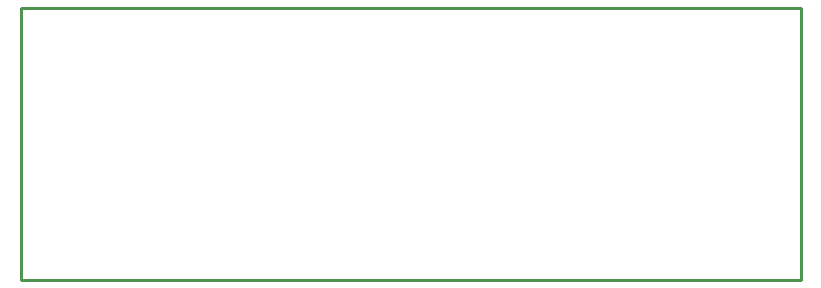
<source format=gko>
G04 Layer: BoardOutlineLayer*
G04 EasyEDA v6.5.5, 2022-06-07 12:17:47*
G04 816fe8a47c3545be857c20b100b7e496,0a780afeddf54f0185a1b1f5ac8a31da,10*
G04 Gerber Generator version 0.2*
G04 Scale: 100 percent, Rotated: No, Reflected: No *
G04 Dimensions in millimeters *
G04 leading zeros omitted , absolute positions ,4 integer and 5 decimal *
%FSLAX45Y45*%
%MOMM*%

%ADD10C,0.2540*%
D10*
X0Y0D02*
G01*
X6599986Y0D01*
X6599986Y-2299995D01*
X0Y-2299995D01*
X0Y0D01*

%LPD*%
M02*

</source>
